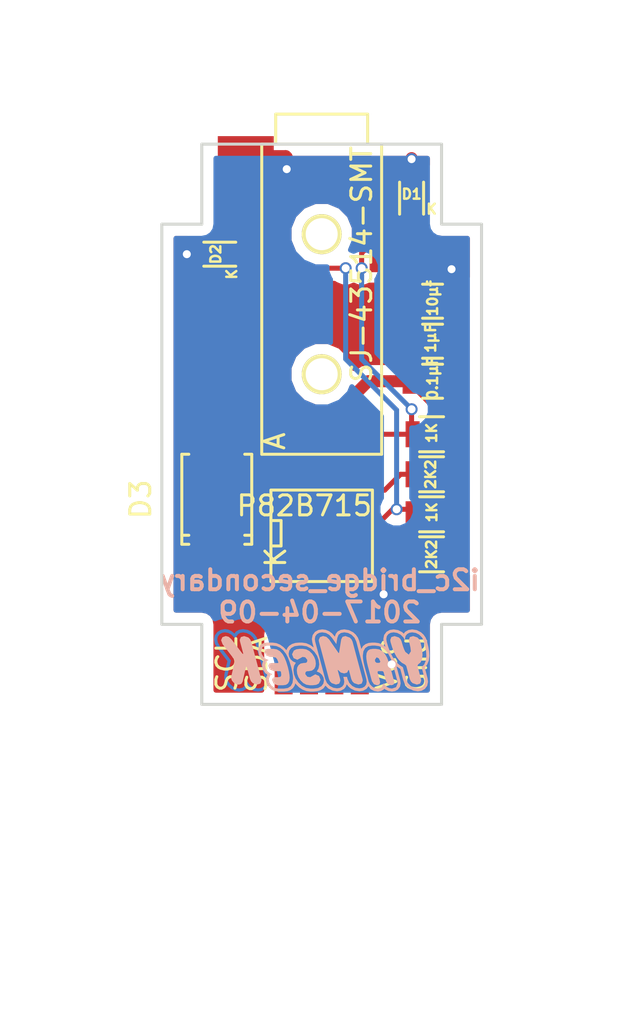
<source format=kicad_pcb>
(kicad_pcb (version 4) (host pcbnew 4.0.5+dfsg1-4)

  (general
    (links 27)
    (no_connects 0)
    (area 41.924999 44.924999 58.075001 73.075001)
    (thickness 1.6)
    (drawings 41)
    (tracks 94)
    (zones 0)
    (modules 14)
    (nets 8)
  )

  (page A4)
  (layers
    (0 F.Cu signal)
    (31 B.Cu signal)
    (32 B.Adhes user hide)
    (33 F.Adhes user hide)
    (34 B.Paste user hide)
    (35 F.Paste user hide)
    (36 B.SilkS user)
    (37 F.SilkS user)
    (38 B.Mask user hide)
    (39 F.Mask user hide)
    (40 Dwgs.User user)
    (41 Cmts.User user)
    (42 Eco1.User user)
    (43 Eco2.User user)
    (44 Edge.Cuts user)
    (45 Margin user hide)
    (46 B.CrtYd user)
    (47 F.CrtYd user)
    (48 B.Fab user)
    (49 F.Fab user)
  )

  (setup
    (last_trace_width 0.25)
    (user_trace_width 0.6)
    (trace_clearance 0.2)
    (zone_clearance 0.508)
    (zone_45_only no)
    (trace_min 0.2)
    (segment_width 0.2)
    (edge_width 0.15)
    (via_size 0.6)
    (via_drill 0.4)
    (via_min_size 0.4)
    (via_min_drill 0.3)
    (uvia_size 0.3)
    (uvia_drill 0.1)
    (uvias_allowed no)
    (uvia_min_size 0.2)
    (uvia_min_drill 0.1)
    (pcb_text_width 0.3)
    (pcb_text_size 1.5 1.5)
    (mod_edge_width 0.15)
    (mod_text_size 1 1)
    (mod_text_width 0.15)
    (pad_size 1.6 3.4)
    (pad_drill 0)
    (pad_to_mask_clearance 0.2)
    (aux_axis_origin 50 45)
    (visible_elements FFFFFF7F)
    (pcbplotparams
      (layerselection 0x00030_80000001)
      (usegerberextensions false)
      (excludeedgelayer true)
      (linewidth 0.100000)
      (plotframeref false)
      (viasonmask false)
      (mode 1)
      (useauxorigin false)
      (hpglpennumber 1)
      (hpglpenspeed 20)
      (hpglpendiameter 15)
      (hpglpenoverlay 2)
      (psnegative false)
      (psa4output false)
      (plotreference true)
      (plotvalue true)
      (plotinvisibletext false)
      (padsonsilk false)
      (subtractmaskfromsilk false)
      (outputformat 1)
      (mirror false)
      (drillshape 1)
      (scaleselection 1)
      (outputdirectory ""))
  )

  (net 0 "")
  (net 1 +5V)
  (net 2 GND)
  (net 3 /i2c_bridge_common/SCL_connector)
  (net 4 /i2c_bridge_common/SDA_connector)
  (net 5 /i2c_bridge_common/SCL_inside)
  (net 6 /i2c_bridge_common/SDA_inside)
  (net 7 "Net-(D3-Pad2)")

  (net_class Default "This is the default net class."
    (clearance 0.2)
    (trace_width 0.25)
    (via_dia 0.6)
    (via_drill 0.4)
    (uvia_dia 0.3)
    (uvia_drill 0.1)
    (add_net +5V)
    (add_net /i2c_bridge_common/SCL_connector)
    (add_net /i2c_bridge_common/SCL_inside)
    (add_net /i2c_bridge_common/SDA_connector)
    (add_net /i2c_bridge_common/SDA_inside)
    (add_net GND)
    (add_net "Net-(D3-Pad2)")
  )

  (net_class power ""
    (clearance 0.3)
    (trace_width 0.4)
    (via_dia 0.8)
    (via_drill 0.6)
    (uvia_dia 0.3)
    (uvia_drill 0.1)
  )

  (module myComponents:solderPads_4_Grove_I2C (layer F.Cu) (tedit 58E53D59) (tstamp 58E55026)
    (at 50 71)
    (path /58E54ECF)
    (fp_text reference I2C1 (at 0.635 2.54) (layer F.SilkS) hide
      (effects (font (size 1 1) (thickness 0.15)))
    )
    (fp_text value CONN_01X04 (at 0 3) (layer F.Fab)
      (effects (font (size 1 1) (thickness 0.15)))
    )
    (fp_text user SDA (at -3.25 0 90) (layer F.SilkS)
      (effects (font (size 1 1) (thickness 0.15)))
    )
    (fp_text user SCL (at -4.75 0 90) (layer F.SilkS)
      (effects (font (size 1 1) (thickness 0.15)))
    )
    (fp_text user Gnd (at 4.75 0 90) (layer F.SilkS)
      (effects (font (size 1 1) (thickness 0.15)))
    )
    (fp_text user Vcc (at 3.25 0 90) (layer F.SilkS)
      (effects (font (size 1 1) (thickness 0.15)))
    )
    (pad 1 smd rect (at -1.905 0) (size 0.9 3) (layers F.Cu F.Paste F.Mask)
      (net 5 /i2c_bridge_common/SCL_inside))
    (pad 2 smd rect (at -0.635 0) (size 0.9 3) (layers F.Cu F.Paste F.Mask)
      (net 6 /i2c_bridge_common/SDA_inside))
    (pad 3 smd rect (at 0.635 0) (size 0.9 3) (layers F.Cu F.Paste F.Mask)
      (net 1 +5V))
    (pad 4 smd rect (at 1.905 0) (size 0.9 3) (layers F.Cu F.Paste F.Mask)
      (net 2 GND))
  )

  (module Capacitors_SMD:C_0805 (layer F.Cu) (tedit 58E6699A) (tstamp 58E665DA)
    (at 55.55 52.85)
    (descr "Capacitor SMD 0805, reflow soldering, AVX (see smccp.pdf)")
    (tags "capacitor 0805")
    (path /58E667B4/58E68B64)
    (attr smd)
    (fp_text reference C1 (at 2.5 0) (layer F.Fab)
      (effects (font (size 1 1) (thickness 0.15)))
    )
    (fp_text value 10µf (at 0 -0.15 270) (layer F.SilkS)
      (effects (font (size 0.5 0.5) (thickness 0.125)))
    )
    (fp_line (start -1 0.625) (end -1 -0.625) (layer F.Fab) (width 0.15))
    (fp_line (start 1 0.625) (end -1 0.625) (layer F.Fab) (width 0.15))
    (fp_line (start 1 -0.625) (end 1 0.625) (layer F.Fab) (width 0.15))
    (fp_line (start -1 -0.625) (end 1 -0.625) (layer F.Fab) (width 0.15))
    (fp_line (start -1.8 -1) (end 1.8 -1) (layer F.CrtYd) (width 0.05))
    (fp_line (start -1.8 1) (end 1.8 1) (layer F.CrtYd) (width 0.05))
    (fp_line (start -1.8 -1) (end -1.8 1) (layer F.CrtYd) (width 0.05))
    (fp_line (start 1.8 -1) (end 1.8 1) (layer F.CrtYd) (width 0.05))
    (fp_line (start 0.5 -0.85) (end -0.5 -0.85) (layer F.SilkS) (width 0.15))
    (fp_line (start -0.5 0.85) (end 0.5 0.85) (layer F.SilkS) (width 0.15))
    (pad 1 smd rect (at -1 0) (size 1 1.25) (layers F.Cu F.Paste F.Mask)
      (net 1 +5V))
    (pad 2 smd rect (at 1 0) (size 1 1.25) (layers F.Cu F.Paste F.Mask)
      (net 2 GND))
    (model Capacitors_SMD.3dshapes/C_0805.wrl
      (at (xyz 0 0 0))
      (scale (xyz 1 1 1))
      (rotate (xyz 0 0 0))
    )
  )

  (module Capacitors_SMD:C_0805 (layer F.Cu) (tedit 58E669AE) (tstamp 58E665EA)
    (at 55.55 54.85)
    (descr "Capacitor SMD 0805, reflow soldering, AVX (see smccp.pdf)")
    (tags "capacitor 0805")
    (path /58E667B4/58E68B6B)
    (attr smd)
    (fp_text reference C2 (at 2.404999 -0.065) (layer F.Fab)
      (effects (font (size 1 1) (thickness 0.15)))
    )
    (fp_text value 1µF (at -0.095001 -0.15 270) (layer F.SilkS)
      (effects (font (size 0.5 0.5) (thickness 0.125)))
    )
    (fp_line (start -1 0.625) (end -1 -0.625) (layer F.Fab) (width 0.15))
    (fp_line (start 1 0.625) (end -1 0.625) (layer F.Fab) (width 0.15))
    (fp_line (start 1 -0.625) (end 1 0.625) (layer F.Fab) (width 0.15))
    (fp_line (start -1 -0.625) (end 1 -0.625) (layer F.Fab) (width 0.15))
    (fp_line (start -1.8 -1) (end 1.8 -1) (layer F.CrtYd) (width 0.05))
    (fp_line (start -1.8 1) (end 1.8 1) (layer F.CrtYd) (width 0.05))
    (fp_line (start -1.8 -1) (end -1.8 1) (layer F.CrtYd) (width 0.05))
    (fp_line (start 1.8 -1) (end 1.8 1) (layer F.CrtYd) (width 0.05))
    (fp_line (start 0.5 -0.85) (end -0.5 -0.85) (layer F.SilkS) (width 0.15))
    (fp_line (start -0.5 0.85) (end 0.5 0.85) (layer F.SilkS) (width 0.15))
    (pad 1 smd rect (at -1 0) (size 1 1.25) (layers F.Cu F.Paste F.Mask)
      (net 1 +5V))
    (pad 2 smd rect (at 1 0) (size 1 1.25) (layers F.Cu F.Paste F.Mask)
      (net 2 GND))
    (model Capacitors_SMD.3dshapes/C_0805.wrl
      (at (xyz 0 0 0))
      (scale (xyz 1 1 1))
      (rotate (xyz 0 0 0))
    )
  )

  (module Capacitors_SMD:C_0805 (layer F.Cu) (tedit 58E669DD) (tstamp 58E665FA)
    (at 55.55 56.85)
    (descr "Capacitor SMD 0805, reflow soldering, AVX (see smccp.pdf)")
    (tags "capacitor 0805")
    (path /58E667B4/58E68B72)
    (attr smd)
    (fp_text reference C3 (at 2.5 0) (layer F.Fab)
      (effects (font (size 1 1) (thickness 0.15)))
    )
    (fp_text value 0.1µF (at 0 -0.15 270) (layer F.SilkS)
      (effects (font (size 0.5 0.5) (thickness 0.125)))
    )
    (fp_line (start -1 0.625) (end -1 -0.625) (layer F.Fab) (width 0.15))
    (fp_line (start 1 0.625) (end -1 0.625) (layer F.Fab) (width 0.15))
    (fp_line (start 1 -0.625) (end 1 0.625) (layer F.Fab) (width 0.15))
    (fp_line (start -1 -0.625) (end 1 -0.625) (layer F.Fab) (width 0.15))
    (fp_line (start -1.8 -1) (end 1.8 -1) (layer F.CrtYd) (width 0.05))
    (fp_line (start -1.8 1) (end 1.8 1) (layer F.CrtYd) (width 0.05))
    (fp_line (start -1.8 -1) (end -1.8 1) (layer F.CrtYd) (width 0.05))
    (fp_line (start 1.8 -1) (end 1.8 1) (layer F.CrtYd) (width 0.05))
    (fp_line (start 0.5 -0.85) (end -0.5 -0.85) (layer F.SilkS) (width 0.15))
    (fp_line (start -0.5 0.85) (end 0.5 0.85) (layer F.SilkS) (width 0.15))
    (pad 1 smd rect (at -1 0) (size 1 1.25) (layers F.Cu F.Paste F.Mask)
      (net 1 +5V))
    (pad 2 smd rect (at 1 0) (size 1 1.25) (layers F.Cu F.Paste F.Mask)
      (net 2 GND))
    (model Capacitors_SMD.3dshapes/C_0805.wrl
      (at (xyz 0 0 0))
      (scale (xyz 1 1 1))
      (rotate (xyz 0 0 0))
    )
  )

  (module Diodes_SMD:SOD-523 (layer F.Cu) (tedit 58E7A419) (tstamp 58E665FB)
    (at 54.5 47.5 90)
    (descr "http://www.diodes.com/datasheets/ap02001.pdf p.144")
    (tags "Diode SOD523")
    (path /58E667B4/58E68B27)
    (attr smd)
    (fp_text reference D1 (at 0 0 180) (layer F.SilkS)
      (effects (font (size 0.5 0.5) (thickness 0.125)))
    )
    (fp_text value VESD05a1 (at 5 0 90) (layer F.Fab)
      (effects (font (size 1 1) (thickness 0.15)))
    )
    (fp_line (start 1.25 -0.75) (end 1.25 0.75) (layer F.CrtYd) (width 0.05))
    (fp_line (start -1.25 -0.75) (end 1.25 -0.75) (layer F.CrtYd) (width 0.05))
    (fp_line (start -1.25 0.75) (end -1.25 -0.75) (layer F.CrtYd) (width 0.05))
    (fp_line (start 1.25 0.75) (end -1.25 0.75) (layer F.CrtYd) (width 0.05))
    (fp_line (start 0.1 0) (end 0.25 0) (layer F.Fab) (width 0.15))
    (fp_line (start 0.1 -0.2) (end -0.2 0) (layer F.Fab) (width 0.15))
    (fp_line (start 0.1 0.2) (end 0.1 -0.2) (layer F.Fab) (width 0.15))
    (fp_line (start -0.2 0) (end 0.1 0.2) (layer F.Fab) (width 0.15))
    (fp_line (start -0.2 0) (end -0.35 0) (layer F.Fab) (width 0.15))
    (fp_line (start -0.2 0.2) (end -0.2 -0.2) (layer F.Fab) (width 0.15))
    (fp_line (start 0.6 -0.4) (end 0.6 0.4) (layer F.Fab) (width 0.15))
    (fp_line (start -0.6 -0.4) (end 0.6 -0.4) (layer F.Fab) (width 0.15))
    (fp_line (start -0.6 0.4) (end -0.6 -0.4) (layer F.Fab) (width 0.15))
    (fp_line (start 0.6 0.4) (end -0.6 0.4) (layer F.Fab) (width 0.15))
    (fp_line (start 0.6 -0.6) (end -1 -0.6) (layer F.SilkS) (width 0.15))
    (fp_line (start 0.6 0.6) (end -1 0.6) (layer F.SilkS) (width 0.15))
    (pad 2 smd rect (at 0.7 0 270) (size 0.6 0.7) (layers F.Cu F.Paste F.Mask)
      (net 2 GND))
    (pad 1 smd rect (at -0.7 0 270) (size 0.6 0.7) (layers F.Cu F.Paste F.Mask)
      (net 3 /i2c_bridge_common/SCL_connector))
  )

  (module Diodes_SMD:SOD-523 (layer F.Cu) (tedit 58E7A473) (tstamp 58E66625)
    (at 44.7 50.5 180)
    (descr "http://www.diodes.com/datasheets/ap02001.pdf p.144")
    (tags "Diode SOD523")
    (path /58E667B4/58E68B2E)
    (attr smd)
    (fp_text reference D2 (at 0 0 270) (layer F.SilkS)
      (effects (font (size 0.5 0.5) (thickness 0.125)))
    )
    (fp_text value VESD05a1 (at 6.7 0 180) (layer F.Fab)
      (effects (font (size 1 1) (thickness 0.15)))
    )
    (fp_line (start 1.25 -0.75) (end 1.25 0.75) (layer F.CrtYd) (width 0.05))
    (fp_line (start -1.25 -0.75) (end 1.25 -0.75) (layer F.CrtYd) (width 0.05))
    (fp_line (start -1.25 0.75) (end -1.25 -0.75) (layer F.CrtYd) (width 0.05))
    (fp_line (start 1.25 0.75) (end -1.25 0.75) (layer F.CrtYd) (width 0.05))
    (fp_line (start 0.1 0) (end 0.25 0) (layer F.Fab) (width 0.15))
    (fp_line (start 0.1 -0.2) (end -0.2 0) (layer F.Fab) (width 0.15))
    (fp_line (start 0.1 0.2) (end 0.1 -0.2) (layer F.Fab) (width 0.15))
    (fp_line (start -0.2 0) (end 0.1 0.2) (layer F.Fab) (width 0.15))
    (fp_line (start -0.2 0) (end -0.35 0) (layer F.Fab) (width 0.15))
    (fp_line (start -0.2 0.2) (end -0.2 -0.2) (layer F.Fab) (width 0.15))
    (fp_line (start 0.6 -0.4) (end 0.6 0.4) (layer F.Fab) (width 0.15))
    (fp_line (start -0.6 -0.4) (end 0.6 -0.4) (layer F.Fab) (width 0.15))
    (fp_line (start -0.6 0.4) (end -0.6 -0.4) (layer F.Fab) (width 0.15))
    (fp_line (start 0.6 0.4) (end -0.6 0.4) (layer F.Fab) (width 0.15))
    (fp_line (start 0.6 -0.6) (end -1 -0.6) (layer F.SilkS) (width 0.15))
    (fp_line (start 0.6 0.6) (end -1 0.6) (layer F.SilkS) (width 0.15))
    (pad 2 smd rect (at 0.7 0) (size 0.6 0.7) (layers F.Cu F.Paste F.Mask)
      (net 2 GND))
    (pad 1 smd rect (at -0.7 0) (size 0.6 0.7) (layers F.Cu F.Paste F.Mask)
      (net 4 /i2c_bridge_common/SDA_connector))
  )

  (module SMD_Packages:SOIC-8-N (layer F.Cu) (tedit 58E7A4A6) (tstamp 58E6668D)
    (at 50 64.575)
    (descr "Module Narrow CMS SOJ 8 pins large")
    (tags "CMS SOJ")
    (path /58E667B4/58E68B1E)
    (attr smd)
    (fp_text reference U1 (at -0.365 1.5) (layer F.Fab)
      (effects (font (size 1 1) (thickness 0.15)))
    )
    (fp_text value P82B715 (at -0.865 -1.5) (layer F.SilkS)
      (effects (font (size 1 1) (thickness 0.15)))
    )
    (fp_line (start -2.54 -2.286) (end 2.54 -2.286) (layer F.SilkS) (width 0.15))
    (fp_line (start 2.54 -2.286) (end 2.54 2.286) (layer F.SilkS) (width 0.15))
    (fp_line (start 2.54 2.286) (end -2.54 2.286) (layer F.SilkS) (width 0.15))
    (fp_line (start -2.54 2.286) (end -2.54 -2.286) (layer F.SilkS) (width 0.15))
    (fp_line (start -2.54 -0.762) (end -2.032 -0.762) (layer F.SilkS) (width 0.15))
    (fp_line (start -2.032 -0.762) (end -2.032 0.508) (layer F.SilkS) (width 0.15))
    (fp_line (start -2.032 0.508) (end -2.54 0.508) (layer F.SilkS) (width 0.15))
    (pad 8 smd rect (at -1.905 -3.175) (size 0.508 1.143) (layers F.Cu F.Paste F.Mask)
      (net 1 +5V))
    (pad 7 smd rect (at -0.635 -3.175) (size 0.508 1.143) (layers F.Cu F.Paste F.Mask)
      (net 3 /i2c_bridge_common/SCL_connector))
    (pad 6 smd rect (at 0.635 -3.175) (size 0.508 1.143) (layers F.Cu F.Paste F.Mask)
      (net 5 /i2c_bridge_common/SCL_inside))
    (pad 5 smd rect (at 1.905 -3.175) (size 0.508 1.143) (layers F.Cu F.Paste F.Mask))
    (pad 4 smd rect (at 1.905 3.175) (size 0.508 1.143) (layers F.Cu F.Paste F.Mask)
      (net 2 GND))
    (pad 3 smd rect (at 0.635 3.175) (size 0.508 1.143) (layers F.Cu F.Paste F.Mask)
      (net 6 /i2c_bridge_common/SDA_inside))
    (pad 2 smd rect (at -0.635 3.175) (size 0.508 1.143) (layers F.Cu F.Paste F.Mask)
      (net 4 /i2c_bridge_common/SDA_connector))
    (pad 1 smd rect (at -1.905 3.175) (size 0.508 1.143) (layers F.Cu F.Paste F.Mask))
    (model SMD_Packages.3dshapes/SOIC-8-N.wrl
      (at (xyz 0 0 0))
      (scale (xyz 0.5 0.38 0.5))
      (rotate (xyz 0 0 0))
    )
  )

  (module Resistors_SMD:R_0805 (layer F.Cu) (tedit 58E66A9B) (tstamp 58E67486)
    (at 55.5 59.5)
    (descr "Resistor SMD 0805, reflow soldering, Vishay (see dcrcw.pdf)")
    (tags "resistor 0805")
    (path /58E667B4/58E68B35)
    (attr smd)
    (fp_text reference R1 (at 2.254999 -0.065) (layer F.Fab)
      (effects (font (size 1 1) (thickness 0.15)))
    )
    (fp_text value 1K (at 0.004999 -0.065 270) (layer F.SilkS)
      (effects (font (size 0.5 0.5) (thickness 0.125)))
    )
    (fp_line (start -1 0.625) (end -1 -0.625) (layer F.Fab) (width 0.1))
    (fp_line (start 1 0.625) (end -1 0.625) (layer F.Fab) (width 0.1))
    (fp_line (start 1 -0.625) (end 1 0.625) (layer F.Fab) (width 0.1))
    (fp_line (start -1 -0.625) (end 1 -0.625) (layer F.Fab) (width 0.1))
    (fp_line (start -1.6 -1) (end 1.6 -1) (layer F.CrtYd) (width 0.05))
    (fp_line (start -1.6 1) (end 1.6 1) (layer F.CrtYd) (width 0.05))
    (fp_line (start -1.6 -1) (end -1.6 1) (layer F.CrtYd) (width 0.05))
    (fp_line (start 1.6 -1) (end 1.6 1) (layer F.CrtYd) (width 0.05))
    (fp_line (start 0.6 0.875) (end -0.6 0.875) (layer F.SilkS) (width 0.15))
    (fp_line (start -0.6 -0.875) (end 0.6 -0.875) (layer F.SilkS) (width 0.15))
    (pad 1 smd rect (at -0.95 0) (size 0.7 1.3) (layers F.Cu F.Paste F.Mask)
      (net 3 /i2c_bridge_common/SCL_connector))
    (pad 2 smd rect (at 0.95 0) (size 0.7 1.3) (layers F.Cu F.Paste F.Mask)
      (net 1 +5V))
    (model Resistors_SMD.3dshapes/R_0805.wrl
      (at (xyz 0 0 0))
      (scale (xyz 1 1 1))
      (rotate (xyz 0 0 0))
    )
  )

  (module Resistors_SMD:R_0805 (layer F.Cu) (tedit 58E66A6F) (tstamp 58E67495)
    (at 55.5 63.5)
    (descr "Resistor SMD 0805, reflow soldering, Vishay (see dcrcw.pdf)")
    (tags "resistor 0805")
    (path /58E667B4/58E68B3C)
    (attr smd)
    (fp_text reference R2 (at 2.264999 -0.115) (layer F.Fab)
      (effects (font (size 1 1) (thickness 0.15)))
    )
    (fp_text value 1K (at 0.014999 -0.1 270) (layer F.SilkS)
      (effects (font (size 0.5 0.5) (thickness 0.125)))
    )
    (fp_line (start -1 0.625) (end -1 -0.625) (layer F.Fab) (width 0.1))
    (fp_line (start 1 0.625) (end -1 0.625) (layer F.Fab) (width 0.1))
    (fp_line (start 1 -0.625) (end 1 0.625) (layer F.Fab) (width 0.1))
    (fp_line (start -1 -0.625) (end 1 -0.625) (layer F.Fab) (width 0.1))
    (fp_line (start -1.6 -1) (end 1.6 -1) (layer F.CrtYd) (width 0.05))
    (fp_line (start -1.6 1) (end 1.6 1) (layer F.CrtYd) (width 0.05))
    (fp_line (start -1.6 -1) (end -1.6 1) (layer F.CrtYd) (width 0.05))
    (fp_line (start 1.6 -1) (end 1.6 1) (layer F.CrtYd) (width 0.05))
    (fp_line (start 0.6 0.875) (end -0.6 0.875) (layer F.SilkS) (width 0.15))
    (fp_line (start -0.6 -0.875) (end 0.6 -0.875) (layer F.SilkS) (width 0.15))
    (pad 1 smd rect (at -0.95 0) (size 0.7 1.3) (layers F.Cu F.Paste F.Mask)
      (net 4 /i2c_bridge_common/SDA_connector))
    (pad 2 smd rect (at 0.95 0) (size 0.7 1.3) (layers F.Cu F.Paste F.Mask)
      (net 1 +5V))
    (model Resistors_SMD.3dshapes/R_0805.wrl
      (at (xyz 0 0 0))
      (scale (xyz 1 1 1))
      (rotate (xyz 0 0 0))
    )
  )

  (module Resistors_SMD:R_0805 (layer F.Cu) (tedit 58E66AB2) (tstamp 58E674A4)
    (at 55.5 61.5)
    (descr "Resistor SMD 0805, reflow soldering, Vishay (see dcrcw.pdf)")
    (tags "resistor 0805")
    (path /58E667B4/58E68B4A)
    (attr smd)
    (fp_text reference R3 (at 2.204999 0.065) (layer F.Fab)
      (effects (font (size 1 1) (thickness 0.15)))
    )
    (fp_text value 2K2 (at -0.045001 0 270) (layer F.SilkS)
      (effects (font (size 0.5 0.5) (thickness 0.125)))
    )
    (fp_line (start -1 0.625) (end -1 -0.625) (layer F.Fab) (width 0.1))
    (fp_line (start 1 0.625) (end -1 0.625) (layer F.Fab) (width 0.1))
    (fp_line (start 1 -0.625) (end 1 0.625) (layer F.Fab) (width 0.1))
    (fp_line (start -1 -0.625) (end 1 -0.625) (layer F.Fab) (width 0.1))
    (fp_line (start -1.6 -1) (end 1.6 -1) (layer F.CrtYd) (width 0.05))
    (fp_line (start -1.6 1) (end 1.6 1) (layer F.CrtYd) (width 0.05))
    (fp_line (start -1.6 -1) (end -1.6 1) (layer F.CrtYd) (width 0.05))
    (fp_line (start 1.6 -1) (end 1.6 1) (layer F.CrtYd) (width 0.05))
    (fp_line (start 0.6 0.875) (end -0.6 0.875) (layer F.SilkS) (width 0.15))
    (fp_line (start -0.6 -0.875) (end 0.6 -0.875) (layer F.SilkS) (width 0.15))
    (pad 1 smd rect (at -0.95 0) (size 0.7 1.3) (layers F.Cu F.Paste F.Mask)
      (net 5 /i2c_bridge_common/SCL_inside))
    (pad 2 smd rect (at 0.95 0) (size 0.7 1.3) (layers F.Cu F.Paste F.Mask)
      (net 1 +5V))
    (model Resistors_SMD.3dshapes/R_0805.wrl
      (at (xyz 0 0 0))
      (scale (xyz 1 1 1))
      (rotate (xyz 0 0 0))
    )
  )

  (module Resistors_SMD:R_0805 (layer F.Cu) (tedit 58E66AD3) (tstamp 58E674B3)
    (at 55.5 65.5)
    (descr "Resistor SMD 0805, reflow soldering, Vishay (see dcrcw.pdf)")
    (tags "resistor 0805")
    (path /58E667B4/58E68B43)
    (attr smd)
    (fp_text reference R4 (at 2.214999 -0.115) (layer F.Fab)
      (effects (font (size 1 1) (thickness 0.15)))
    )
    (fp_text value 2K2 (at 0 0 270) (layer F.SilkS)
      (effects (font (size 0.5 0.5) (thickness 0.125)))
    )
    (fp_line (start -1 0.625) (end -1 -0.625) (layer F.Fab) (width 0.1))
    (fp_line (start 1 0.625) (end -1 0.625) (layer F.Fab) (width 0.1))
    (fp_line (start 1 -0.625) (end 1 0.625) (layer F.Fab) (width 0.1))
    (fp_line (start -1 -0.625) (end 1 -0.625) (layer F.Fab) (width 0.1))
    (fp_line (start -1.6 -1) (end 1.6 -1) (layer F.CrtYd) (width 0.05))
    (fp_line (start -1.6 1) (end 1.6 1) (layer F.CrtYd) (width 0.05))
    (fp_line (start -1.6 -1) (end -1.6 1) (layer F.CrtYd) (width 0.05))
    (fp_line (start 1.6 -1) (end 1.6 1) (layer F.CrtYd) (width 0.05))
    (fp_line (start 0.6 0.875) (end -0.6 0.875) (layer F.SilkS) (width 0.15))
    (fp_line (start -0.6 -0.875) (end 0.6 -0.875) (layer F.SilkS) (width 0.15))
    (pad 1 smd rect (at -0.95 0) (size 0.7 1.3) (layers F.Cu F.Paste F.Mask)
      (net 6 /i2c_bridge_common/SDA_inside))
    (pad 2 smd rect (at 0.95 0) (size 0.7 1.3) (layers F.Cu F.Paste F.Mask)
      (net 1 +5V))
    (model Resistors_SMD.3dshapes/R_0805.wrl
      (at (xyz 0 0 0))
      (scale (xyz 1 1 1))
      (rotate (xyz 0 0 0))
    )
  )

  (module myComponents:audio_smd_SJ-43514-SMT (layer F.Cu) (tedit 58E7A452) (tstamp 58E59A50)
    (at 50 45 270)
    (path /58E2915A)
    (fp_text reference TRRS1 (at 6 2 270) (layer F.Fab)
      (effects (font (size 1 1) (thickness 0.15)))
    )
    (fp_text value SJ-43514-SMT (at 6 -2 270) (layer F.SilkS)
      (effects (font (size 1 1) (thickness 0.15)))
    )
    (fp_line (start 0 -3) (end 0 3) (layer F.SilkS) (width 0.15))
    (fp_line (start 0 3) (end 15.5 3) (layer F.SilkS) (width 0.15))
    (fp_line (start 15.5 3) (end 15.5 -3) (layer F.SilkS) (width 0.15))
    (fp_line (start 15.5 -3) (end 0 -3) (layer F.SilkS) (width 0.15))
    (fp_line (start 0 -2.3) (end -1.5 -2.3) (layer F.SilkS) (width 0.15))
    (fp_line (start -1.5 -2.3) (end -1.5 2.3) (layer F.SilkS) (width 0.15))
    (fp_line (start -1.5 2.3) (end 0 2.3) (layer F.SilkS) (width 0.15))
    (pad "" thru_hole circle (at 4.5 0 270) (size 2 2) (drill 1.6) (layers *.Cu *.Mask F.SilkS))
    (pad "" thru_hole circle (at 11.5 0 270) (size 2 2) (drill 1.6) (layers *.Cu *.Mask F.SilkS))
    (pad 4 smd rect (at 3.4 3.8 270) (size 2.2 2.8) (layers F.Cu F.Paste F.Mask)
      (net 4 /i2c_bridge_common/SDA_connector))
    (pad 2 smd rect (at 12.8 3.8 270) (size 2.8 2.8) (layers F.Cu F.Paste F.Mask)
      (net 7 "Net-(D3-Pad2)"))
    (pad 3 smd rect (at 5.3 -3.8 270) (size 2.2 2.8) (layers F.Cu F.Paste F.Mask)
      (net 3 /i2c_bridge_common/SCL_connector))
    (pad 1 smd rect (at 0.6 3.8 270) (size 2 2.8) (layers F.Cu F.Paste F.Mask)
      (net 2 GND))
    (model /mnt/gruscht/projects/keyboard/kicad_boards/myComponents.pretty/3d-models/audio_jack_SJ-43514-SMT.wrl
      (at (xyz 0 0 0))
      (scale (xyz 1 1 1))
      (rotate (xyz 0 0 0))
    )
  )

  (module Diodes_SMD:SMA_Standard (layer F.Cu) (tedit 552FF239) (tstamp 58E7E1A7)
    (at 44.75 62.74898 90)
    (descr "Diode SMA")
    (tags "Diode SMA")
    (path /58E2BB79)
    (attr smd)
    (fp_text reference D3 (at 0 -3.81 90) (layer F.SilkS)
      (effects (font (size 1 1) (thickness 0.15)))
    )
    (fp_text value SS14 (at 0 4.3 90) (layer F.Fab)
      (effects (font (size 1 1) (thickness 0.15)))
    )
    (fp_line (start -3.5 -2) (end 3.5 -2) (layer F.CrtYd) (width 0.05))
    (fp_line (start 3.5 -2) (end 3.5 2) (layer F.CrtYd) (width 0.05))
    (fp_line (start 3.5 2) (end -3.5 2) (layer F.CrtYd) (width 0.05))
    (fp_line (start -3.5 2) (end -3.5 -2) (layer F.CrtYd) (width 0.05))
    (fp_text user K (at -2.9 2.95 90) (layer F.SilkS)
      (effects (font (size 1 1) (thickness 0.15)))
    )
    (fp_text user A (at 2.9 2.9 90) (layer F.SilkS)
      (effects (font (size 1 1) (thickness 0.15)))
    )
    (fp_circle (center 0 0) (end 0.20066 -0.0508) (layer F.Adhes) (width 0.381))
    (fp_line (start -1.79914 1.75006) (end -1.79914 1.39954) (layer F.SilkS) (width 0.15))
    (fp_line (start -1.79914 -1.75006) (end -1.79914 -1.39954) (layer F.SilkS) (width 0.15))
    (fp_line (start 2.25044 1.75006) (end 2.25044 1.39954) (layer F.SilkS) (width 0.15))
    (fp_line (start -2.25044 1.75006) (end -2.25044 1.39954) (layer F.SilkS) (width 0.15))
    (fp_line (start -2.25044 -1.75006) (end -2.25044 -1.39954) (layer F.SilkS) (width 0.15))
    (fp_line (start 2.25044 -1.75006) (end 2.25044 -1.39954) (layer F.SilkS) (width 0.15))
    (fp_line (start -2.25044 1.75006) (end 2.25044 1.75006) (layer F.SilkS) (width 0.15))
    (fp_line (start -2.25044 -1.75006) (end 2.25044 -1.75006) (layer F.SilkS) (width 0.15))
    (pad 1 smd rect (at -1.99898 0 90) (size 2.49936 1.80086) (layers F.Cu F.Paste F.Mask)
      (net 1 +5V))
    (pad 2 smd rect (at 1.99898 0 90) (size 2.49936 1.80086) (layers F.Cu F.Paste F.Mask)
      (net 7 "Net-(D3-Pad2)"))
    (model Diodes_SMD.3dshapes/SMA_Standard.wrl
      (at (xyz 0 0 0))
      (scale (xyz 0.3937 0.3937 0.3937))
      (rotate (xyz 0 0 180))
    )
  )

  (module myComponents:logo (layer B.Cu) (tedit 58EA325D) (tstamp 58EA2398)
    (at 50 70.8 180)
    (descr "Imported from logo.svg")
    (tags svg2mod)
    (attr smd)
    (fp_text reference svg2mod (at 0 4.613096 180) (layer B.SilkS) hide
      (effects (font (thickness 0.3048)) (justify mirror))
    )
    (fp_text value G*** (at 0 -4.613096 180) (layer B.SilkS) hide
      (effects (font (thickness 0.3048)) (justify mirror))
    )
    (fp_poly (pts (xy -4.527974 1.547938) (xy -4.527974 1.398559) (xy -4.387832 1.377063) (xy -4.273863 1.31257)
      (xy -4.195325 1.21165) (xy -4.169132 1.073342) (xy -4.184015 0.94987) (xy -4.092443 1.140424)
      (xy -3.944788 1.286111) (xy -3.778417 1.370377) (xy -3.600829 1.398559) (xy -3.456832 1.377063)
      (xy -3.339002 1.31257) (xy -3.260463 1.208787) (xy -3.234271 1.069484) (xy -3.253013 0.934987)
      (xy -3.256871 0.916246) (xy -3.33836 0.648877) (xy -3.431136 0.410815) (xy -3.535201 0.202057)
      (xy -3.650558 0.022601) (xy -3.777209 -0.127555) (xy -3.915156 -0.248412) (xy -4.064401 -0.339974)
      (xy -4.221498 -0.934735) (xy -4.3112 -1.129867) (xy -4.460725 -1.282001) (xy -4.629086 -1.369131)
      (xy -4.812401 -1.398307) (xy -4.954414 -1.377804) (xy -5.066511 -1.316176) (xy -5.147637 -1.210524)
      (xy -5.174549 -1.07309) (xy -5.156359 -0.934735) (xy -4.999263 -0.339974) (xy -5.132185 -0.205377)
      (xy -5.211918 -0.015944) (xy -5.23849 0.228329) (xy -5.226401 0.424869) (xy -5.19018 0.650521)
      (xy -5.129901 0.905221) (xy -5.122184 0.934987) (xy -5.031762 1.130394) (xy -4.879649 1.282804)
      (xy -4.711289 1.369658) (xy -4.527974 1.398559) (xy -4.527974 1.547938) (xy -4.757839 1.511174)
      (xy -4.967292 1.404071) (xy -5.09977 1.284547) (xy -5.200417 1.139996) (xy -5.266602 0.974675)
      (xy -5.274319 0.943806) (xy -5.336853 0.679919) (xy -5.374978 0.441911) (xy -5.387869 0.228329)
      (xy -5.360518 -0.004594) (xy -5.2827 -0.203231) (xy -5.160769 -0.366983) (xy -5.300777 -0.896701)
      (xy -5.323928 -1.07309) (xy -5.282444 -1.270369) (xy -5.162974 -1.430278) (xy -5.162422 -1.430278)
      (xy -5.000698 -1.519076) (xy -4.812401 -1.547687) (xy -4.582271 -1.510573) (xy -4.373082 -1.403268)
      (xy -4.242394 -1.283596) (xy -4.142859 -1.139404) (xy -4.077079 -0.974423) (xy -3.933212 -0.42872)
      (xy -3.513769 -0.056861) (xy -3.427156 0.153308) (xy -3.328989 0.331396) (xy -3.219389 0.477478)
      (xy -3.055268 0.622171) (xy -2.870385 0.709156) (xy -2.664866 0.738203) (xy -2.522652 0.738203)
      (xy -2.321848 0.707157) (xy -2.17704 0.612526) (xy -2.089178 0.454034) (xy -2.059632 0.234392)
      (xy -2.069427 0.082849) (xy -2.09882 -0.096486) (xy -2.147826 -0.304145) (xy -2.147826 -0.30635)
      (xy -2.191844 -0.468966) (xy -2.223894 -0.585265) (xy -2.287845 -0.81374) (xy -2.350122 -1.052144)
      (xy -2.420681 -1.202734) (xy -2.537535 -1.320035) (xy -2.669875 -1.387654) (xy -2.812592 -1.410434)
      (xy -3.008824 -1.343737) (xy -3.095365 -1.149158) (xy -3.095365 -1.143646) (xy -3.25191 -1.325547)
      (xy -3.379311 -1.38899) (xy -3.517045 -1.410434) (xy -3.720443 -1.343737) (xy -3.803125 -1.149158)
      (xy -3.788794 -1.046081) (xy -3.788794 -1.044427) (xy -3.588703 -0.299184) (xy -3.513769 -0.056861)
      (xy -3.933212 -0.42872) (xy -3.741941 -0.293672) (xy -3.933212 -1.005842) (xy -3.937622 -1.040569)
      (xy -3.952505 -1.149158) (xy -3.918619 -1.318886) (xy -3.815252 -1.459492) (xy -3.674471 -1.535629)
      (xy -3.517045 -1.559813) (xy -3.333882 -1.53094) (xy -3.167023 -1.448468) (xy -3.137257 -1.414844)
      (xy -3.104736 -1.45839) (xy -2.969803 -1.53404) (xy -2.225812 -1.209529) (xy -2.252006 -1.07309)
      (xy -2.233264 -0.934735) (xy -1.73221 0.934987) (xy -1.642508 1.12753) (xy -1.492982 1.278945)
      (xy -1.317301 1.368663) (xy -1.134141 1.398559) (xy -0.960433 1.367363) (xy -0.843176 1.273818)
      (xy -0.782466 1.117991) (xy -0.733959 0.811515) (xy -0.520639 1.117991) (xy -0.378996 1.273818)
      (xy -0.213274 1.367363) (xy -0.023442 1.398559) (xy 0.120558 1.376071) (xy 0.238385 1.308711)
      (xy 0.316922 1.203058) (xy 0.343116 1.065625) (xy 0.324375 0.934987) (xy -0.17668 -0.934735)
      (xy -0.263519 -1.129866) (xy -0.412049 -1.282001) (xy -0.583273 -1.369131) (xy -0.767583 -1.398307)
      (xy -0.908719 -1.376812) (xy -1.025552 -1.312317) (xy -1.104089 -1.209529) (xy -1.130283 -1.07309)
      (xy -1.111541 -0.934735) (xy -1.081776 -0.826146) (xy -1.268086 -0.826146) (xy -1.294545 -0.934735)
      (xy -1.384247 -1.129866) (xy -1.533772 -1.282001) (xy -1.704997 -1.369131) (xy -1.889306 -1.398307)
      (xy -2.030442 -1.376812) (xy -2.147275 -1.312317) (xy -2.225812 -1.209529) (xy -2.969803 -1.53404)
      (xy -2.812592 -1.559813) (xy -2.623431 -1.529268) (xy -2.451546 -1.442404) (xy -2.34461 -1.29082)
      (xy -2.242084 -1.428073) (xy -2.077956 -1.517902) (xy -1.889306 -1.547687) (xy -1.658831 -1.51086)
      (xy -1.447783 -1.40437) (xy -1.340164 -1.308606) (xy -1.253755 -1.197665) (xy -1.204698 -1.324406)
      (xy -1.120361 -1.428073) (xy -0.956232 -1.517902) (xy -0.767583 -1.547687) (xy -0.083152 -1.162309)
      (xy -0.114944 -1.006393) (xy -0.089836 -0.860008) (xy -0.014072 -0.724171) (xy 0.101484 -0.620183)
      (xy 0.247204 -0.55605) (xy 0.154567 -0.400374) (xy 0.123181 -0.203272) (xy 0.149998 0.01726)
      (xy 0.230344 0.22674) (xy 0.364062 0.425113) (xy 0.547822 0.598853) (xy 0.754613 0.703316)
      (xy 0.983628 0.738203) (xy 1.126393 0.738203) (xy 1.355869 0.707819) (xy 1.527677 0.614731)
      (xy 1.621854 0.489832) (xy 1.653354 0.33306) (xy 1.628645 0.186523) (xy 1.554687 0.05194)
      (xy 1.43769 -0.053993) (xy 1.291757 -0.118937) (xy 1.383805 -0.27482) (xy 1.414678 -0.473368)
      (xy 1.387573 -0.692636) (xy 1.306327 -0.901731) (xy 1.171041 -1.1001) (xy 0.986629 -1.273952)
      (xy 0.781277 -1.378696) (xy 0.555334 -1.413741) (xy 0.412569 -1.413741) (xy 0.183093 -1.382806)
      (xy 0.011284 -1.289167) (xy -0.083152 -1.162309) (xy -0.767583 -1.547687) (xy -0.537108 -1.51086)
      (xy -0.32606 -1.40437) (xy -0.188807 -1.263259) (xy -0.087935 -1.401063) (xy 0.055992 -1.493742)
      (xy 0.224599 -1.546438) (xy 0.412569 -1.56312) (xy 0.555334 -1.56312) (xy 0.760409 -1.538625)
      (xy 1.432317 -0.911584) (xy 1.442704 -0.753739) (xy 1.474282 -0.56055) (xy 1.527677 -0.332808)
      (xy 1.608172 -0.070819) (xy 1.694014 0.146722) (xy 1.785095 0.320933) (xy 1.924292 0.502922)
      (xy 2.084008 0.633381) (xy 2.264043 0.711935) (xy 2.464192 0.738203) (xy 2.748619 0.738203)
      (xy 2.959183 0.66434) (xy 3.029739 0.475825) (xy 2.997586 0.313222) (xy 2.901857 0.164388)
      (xy 2.788534 0.068843) (xy 2.657118 0.016662) (xy 2.768463 -0.046727) (xy 2.838467 -0.235794)
      (xy 2.807421 -0.397522) (xy 2.71279 -0.545577) (xy 2.599466 -0.641122) (xy 2.468051 -0.693303)
      (xy 2.579396 -0.756693) (xy 2.648298 -0.945208) (xy 2.616976 -1.106937) (xy 2.52207 -1.254991)
      (xy 2.365897 -1.373458) (xy 2.17756 -1.413741) (xy 1.893133 -1.413741) (xy 1.692176 -1.382423)
      (xy 1.547521 -1.287513) (xy 1.460856 -1.129811) (xy 1.432317 -0.911584) (xy 0.760409 -1.538625)
      (xy 0.952584 -1.467208) (xy 1.128725 -1.351969) (xy 1.285694 -1.196011) (xy 1.314908 -1.148055)
      (xy 1.362247 -1.277136) (xy 1.437278 -1.388385) (xy 1.564903 -1.48769) (xy 1.719786 -1.54482)
      (xy 1.893133 -1.56312) (xy 2.17756 -1.56312) (xy 2.347751 -1.53821) (xy 2.50233 -1.466997)
      (xy 2.633415 -1.354761) (xy 2.754779 -1.162293) (xy 2.797677 -0.945208) (xy 2.771503 -0.824994)
      (xy 2.710034 -0.713147) (xy 2.824136 -0.645347) (xy 2.824687 -0.644796) (xy 2.945458 -0.452276)
      (xy 2.987847 -0.235794) (xy 2.961442 -0.114636) (xy 2.899652 -0.003181) (xy 3.013202 0.064618)
      (xy 3.013754 0.065169) (xy 3.135501 0.257613) (xy 3.179118 0.475825) (xy 3.151127 0.632673)
      (xy 3.067222 0.767969) (xy 2.92066 0.86018) (xy 2.748619 0.887583) (xy 2.464192 0.887583)
      (xy 2.263077 0.86043) (xy 2.079317 0.783709) (xy 1.91326 0.66453) (xy 1.765251 0.51)
      (xy 1.710012 0.627648) (xy 1.626345 0.727179) (xy 1.625794 0.727179) (xy 1.482014 0.819271)
      (xy 1.313733 0.871249) (xy 1.126393 0.887583) (xy 0.983628 0.887583) (xy 0.77342 0.856548)
      (xy 0.579652 0.771494) (xy 0.401545 0.644497) (xy 0.468242 0.894748) (xy 0.492495 1.065625)
      (xy 0.452379 1.262342) (xy 0.33595 1.422261) (xy 0.169544 1.516551) (xy -0.023442 1.547938)
      (xy -0.20388 1.524592) (xy -0.370189 1.456973) (xy -0.518154 1.348709) (xy -0.64356 1.203429)
      (xy -0.65734 1.183585) (xy -0.709236 1.32859) (xy -0.801207 1.445412) (xy -0.955403 1.524002)
      (xy -1.134141 1.547938) (xy -1.364161 1.510249) (xy -1.578421 1.401866) (xy -1.710314 1.281637)
      (xy -1.81019 1.138307) (xy -1.876077 0.975226) (xy -1.985218 0.568429) (xy -2.066798 0.713399)
      (xy -2.194678 0.812544) (xy -2.349595 0.869417) (xy -2.522652 0.887583) (xy -2.664866 0.887583)
      (xy -2.855619 0.861243) (xy -3.031858 0.78897) (xy -3.194033 0.680877) (xy -3.112453 0.877661)
      (xy -3.106389 0.90467) (xy -3.108594 0.896953) (xy -3.084892 1.069484) (xy -3.125426 1.268508)
      (xy -3.244193 1.428325) (xy -3.409842 1.518377) (xy -3.600829 1.547938) (xy -3.824525 1.511932)
      (xy -4.030226 1.408481) (xy -4.106845 1.332964) (xy -4.179606 1.427773) (xy -4.341137 1.517929)
      (xy -4.527974 1.547938)) (layer B.SilkS) (width 0))
    (fp_poly (pts (xy -2.701246 0.575043) (xy -2.749753 0.151159) (xy -2.664866 0.02934) (xy -2.678646 -0.067674)
      (xy -2.749753 -0.124449) (xy -2.891967 -0.124449) (xy -2.937166 -0.067674) (xy -2.860496 0.096403)
      (xy -2.749753 0.151159) (xy -2.701246 0.575043) (xy -2.88135 0.545797) (xy -3.038491 0.457631)
      (xy -3.173086 0.309909) (xy -3.266686 0.147) (xy -3.353027 -0.064883) (xy -3.432158 -0.325642)
      (xy -3.625083 -1.049939) (xy -3.625083 -1.051593) (xy -3.633902 -1.108919) (xy -3.595868 -1.211997)
      (xy -3.479011 -1.246172) (xy -3.320812 -1.193806) (xy -3.219389 -1.046081) (xy -3.219389 -1.044427)
      (xy -3.100877 -0.597943) (xy -3.073868 -0.554397) (xy -3.029219 -0.540065) (xy -2.842909 -0.540065)
      (xy -2.801567 -0.558255) (xy -2.79826 -0.605108) (xy -2.918976 -1.049939) (xy -2.918976 -1.051593)
      (xy -2.926142 -1.108919) (xy -2.888659 -1.211997) (xy -2.772904 -1.246172) (xy -2.616359 -1.193806)
      (xy -2.513833 -1.044427) (xy -2.322561 -0.332808) (xy -2.320908 -0.332808) (xy -2.3176 -0.320681)
      (xy -2.26857 -0.115224) (xy -2.238852 0.059014) (xy -2.228855 0.201871) (xy -2.249907 0.366743)
      (xy -2.312088 0.482991) (xy -2.4151 0.552029) (xy -2.560686 0.575043) (xy -2.701246 0.575043)) (layer B.SilkS) (width 0))
    (fp_poly (pts (xy 0.94601 0.574909) (xy 1.088487 0.574909) (xy 1.265989 0.552729) (xy 1.394406 0.488189)
      (xy 1.484465 0.300921) (xy 1.405361 0.10984) (xy 1.219522 0.028837) (xy 1.095629 0.093648)
      (xy 0.958394 0.171323) (xy 0.825448 0.151312) (xy 0.721096 0.023607) (xy 0.726323 -0.060734)
      (xy 0.765875 -0.11315) (xy 0.818291 -0.127443) (xy 0.904541 -0.131283) (xy 1.053498 -0.16008)
      (xy 1.158521 -0.239452) (xy 1.222986 -0.35506) (xy 1.244772 -0.500578) (xy 1.224757 -0.673628)
      (xy 1.164398 -0.838467) (xy 1.063221 -0.995671) (xy 0.923495 -1.134523) (xy 0.766125 -1.217978)
      (xy 0.591 -1.24584) (xy 0.449 -1.24584) (xy 0.27224 -1.223919) (xy 0.14451 -1.159589)
      (xy 0.054452 -0.972321) (xy 0.130217 -0.783147) (xy 0.31939 -0.698325) (xy 0.438041 -0.765035)
      (xy 0.571464 -0.8408) (xy 0.713464 -0.820789) (xy 0.818296 -0.693085) (xy 0.812536 -0.608743)
      (xy 0.772984 -0.558237) (xy 0.721048 -0.543943) (xy 0.634317 -0.540103) (xy 0.484464 -0.510378)
      (xy 0.377002 -0.428601) (xy 0.313976 -0.314437) (xy 0.292181 -0.168902) (xy 0.312683 0.004106)
      (xy 0.373954 0.168952) (xy 0.475637 0.326191) (xy 0.614856 0.464676) (xy 0.771291 0.54744)
      (xy 0.945952 0.574929) (xy 0.94601 0.574909)) (layer B.SilkS) (width 0))
    (fp_poly (pts (xy 2.428424 0.574909) (xy 2.710995 0.574909) (xy 2.824404 0.540605) (xy 2.862046 0.435773)
      (xy 2.784852 0.254223) (xy 2.595677 0.171311) (xy 2.457013 0.171311) (xy 2.298334 0.136996)
      (xy 2.230542 0.055133) (xy 2.172536 -0.086486) (xy 2.170616 -0.091713) (xy 2.172536 -0.122209)
      (xy 2.201123 -0.135073) (xy 2.519908 -0.135073) (xy 2.633317 -0.170817) (xy 2.67144 -0.275169)
      (xy 2.593765 -0.45529) (xy 2.402684 -0.540111) (xy 2.091524 -0.540111) (xy 2.060548 -0.549178)
      (xy 2.042916 -0.572527) (xy 2.039076 -0.579674) (xy 2.022873 -0.714526) (xy 2.033838 -0.783145)
      (xy 2.07339 -0.826505) (xy 2.188706 -0.840798) (xy 2.330706 -0.840798) (xy 2.444115 -0.877011)
      (xy 2.482237 -0.981363) (xy 2.404563 -1.161485) (xy 2.215388 -1.245826) (xy 1.930912 -1.245826)
      (xy 1.786269 -1.223002) (xy 1.684556 -1.154338) (xy 1.62278 -1.038128) (xy 1.601644 -0.873197)
      (xy 1.61156 -0.727582) (xy 1.641489 -0.548667) (xy 1.691703 -0.336647) (xy 1.773843 -0.071344)
      (xy 1.861458 0.143031) (xy 1.95426 0.30664) (xy 2.090206 0.457668) (xy 2.24789 0.548138)
      (xy 2.42791 0.578251) (xy 2.428424 0.574909)) (layer B.SilkS) (width 0))
    (fp_poly (pts (xy -1.186372 1.215338) (xy -1.042282 1.173296) (xy -0.976708 1.04713) (xy -0.86854 0.374299)
      (xy -0.857106 0.366725) (xy -0.838524 0.374299) (xy -0.371068 1.04713) (xy -0.235666 1.173297)
      (xy -0.068485 1.215338) (xy 0.084951 1.159114) (xy 0.148802 1.013301) (xy 0.137367 0.935157)
      (xy -0.363445 -0.934666) (xy -0.415022 -1.051375) (xy -0.502108 -1.140042) (xy -0.715109 -1.211039)
      (xy -0.880569 -1.162437) (xy -0.935733 -1.016623) (xy -0.924298 -0.93466) (xy -0.804695 -0.497225)
      (xy -0.808535 -0.478163) (xy -0.823788 -0.485737) (xy -0.95919 -0.611904) (xy -1.126372 -0.653945)
      (xy -1.273065 -0.611903) (xy -1.339371 -0.485737) (xy -1.354624 -0.478163) (xy -1.365579 -0.497225)
      (xy -1.481371 -0.93466) (xy -1.535785 -1.051369) (xy -1.623847 -1.140036) (xy -1.836847 -1.211034)
      (xy -2.002308 -1.162432) (xy -2.057471 -1.016618) (xy -2.046037 -0.934655) (xy -1.545225 0.935168)
      (xy -1.491047 1.049035) (xy -1.403226 1.136732) (xy -1.186414 1.215356) (xy -1.186372 1.215338)) (layer B.SilkS) (width 0))
    (fp_poly (pts (xy 3.955243 -1.061664) (xy 3.790732 -0.340051) (xy 3.7683 -0.313875) (xy 3.745879 -0.347529)
      (xy 3.588845 -0.934541) (xy 3.534633 -1.051383) (xy 3.446768 -1.140182) (xy 3.233652 -1.211222)
      (xy 3.068206 -1.162617) (xy 3.013058 -1.016799) (xy 3.024268 -0.934538) (xy 3.525278 0.934928)
      (xy 3.580426 1.052705) (xy 3.671095 1.144308) (xy 3.880472 1.211604) (xy 4.045917 1.162998)
      (xy 4.101065 1.017179) (xy 4.08611 0.934928) (xy 3.929076 0.347915) (xy 3.936542 0.314261)
      (xy 3.970196 0.340427) (xy 4.52355 1.062041) (xy 4.653476 1.177013) (xy 4.803966 1.215337)
      (xy 4.968476 1.155518) (xy 5.035772 1.005961) (xy 4.960999 0.807796) (xy 4.370256 0.041317)
      (xy 4.347824 -0.040944) (xy 4.527289 -0.807424) (xy 4.531022 -0.870987) (xy 4.500177 -1.000915)
      (xy 4.407639 -1.114018) (xy 4.284256 -1.18973) (xy 4.153396 -1.214967) (xy 4.023469 -1.176643)
      (xy 3.955235 -1.06167) (xy 3.955243 -1.061664)) (layer B.SilkS) (width 0))
    (fp_poly (pts (xy -4.169021 -0.209188) (xy -4.232584 -0.276484) (xy -4.408312 -0.934535) (xy -4.462524 -1.051377)
      (xy -4.550389 -1.140177) (xy -4.763504 -1.211217) (xy -4.926147 -1.162611) (xy -4.980361 -1.016793)
      (xy -4.96915 -0.934542) (xy -4.797162 -0.283968) (xy -4.819583 -0.209184) (xy -4.94629 -0.106156)
      (xy -5.022315 0.053371) (xy -5.047656 0.269398) (xy -5.035193 0.456345) (xy -4.997804 0.678188)
      (xy -4.935488 0.934929) (xy -4.880341 1.052705) (xy -4.789673 1.144307) (xy -4.580296 1.211603)
      (xy -4.41485 1.162997) (xy -4.359701 1.017179) (xy -4.374655 0.934917) (xy -4.441951 0.644216)
      (xy -4.464383 0.452595) (xy -4.35969 0.288082) (xy -4.187702 0.422684) (xy -4.12871 0.542745)
      (xy -4.066396 0.713489) (xy -4.000758 0.934917) (xy -4.004491 0.934917) (xy -3.950279 1.052694)
      (xy -3.862414 1.144298) (xy -3.649298 1.211594) (xy -3.486657 1.162987) (xy -3.432443 1.017168)
      (xy -3.443654 0.934917) (xy -3.43992 0.934917) (xy -3.531835 0.636218) (xy -3.635589 0.380724)
      (xy -3.751182 0.168435) (xy -3.878616 -0.000647) (xy -4.017889 -0.126525) (xy -4.169002 -0.209197)
      (xy -4.169021 -0.209188)) (layer B.SilkS) (width 0))
    (fp_poly (pts (xy 4.849469 1.565096) (xy 4.269403 1.184452) (xy 4.288094 1.024728) (xy 4.377683 1.14052)
      (xy 4.517709 1.283795) (xy 4.673542 1.369697) (xy 4.845139 1.398312) (xy 4.845141 1.398312)
      (xy 4.99284 1.37304) (xy 5.114369 1.297292) (xy 5.198398 1.186229) (xy 5.226348 1.047124)
      (xy 5.194513 0.8872) (xy 5.09912 0.721668) (xy 4.542081 -0.003579) (xy 4.710289 -0.728827)
      (xy 4.721545 -0.890021) (xy 4.675505 -1.044571) (xy 4.572101 -1.192471) (xy 4.434993 -1.310963)
      (xy 4.287901 -1.382174) (xy 4.130853 -1.405947) (xy 3.95052 -1.36436) (xy 3.818348 -1.239649)
      (xy 3.734396 -1.031887) (xy 3.632515 -1.191611) (xy 3.491378 -1.312074) (xy 3.340945 -1.379539)
      (xy 3.181169 -1.402134) (xy 3.040854 -1.380509) (xy 2.926713 -1.315887) (xy 2.842679 -1.210267)
      (xy 2.814733 -1.072867) (xy 2.833313 -0.938491) (xy 3.334601 0.931332) (xy 3.425266 1.123678)
      (xy 3.577622 1.274896) (xy 3.748578 1.364848) (xy 3.93262 1.394976) (xy 4.077646 1.372381)
      (xy 4.190889 1.304916) (xy 4.269403 1.184452) (xy 4.849469 1.565096) (xy 4.671801 1.535847)
      (xy 4.509089 1.456195) (xy 4.361523 1.338277) (xy 4.303869 1.428337) (xy 4.134262 1.528135)
      (xy 3.936474 1.559854) (xy 3.701439 1.52161) (xy 3.486173 1.41023) (xy 3.352185 1.289699)
      (xy 3.249763 1.144163) (xy 3.182161 0.978036) (xy 2.681348 -0.893217) (xy 2.656092 -1.069526)
      (xy 2.702513 -1.27506) (xy 2.83097 -1.43882) (xy 2.996683 -1.529746) (xy 3.185494 -1.559378)
      (xy 3.388963 -1.531604) (xy 3.580044 -1.447874) (xy 3.703937 -1.305874) (xy 3.768747 -1.428337)
      (xy 3.936398 -1.530753) (xy 4.132801 -1.565096) (xy 4.336492 -1.533412) (xy 4.525196 -1.442854)
      (xy 4.692699 -1.300157) (xy 4.819928 -1.113438) (xy 4.881418 -0.906454) (xy 4.869427 -0.691656)
      (xy 4.717896 -0.039791) (xy 5.229191 0.62494) (xy 5.345838 0.829642) (xy 5.387869 1.046174)
      (xy 5.345095 1.248432) (xy 5.223949 1.415469) (xy 5.222029 1.415469) (xy 5.049702 1.523063)
      (xy 4.845618 1.561278) (xy 4.849469 1.565096)) (layer B.Mask) (width 0))
    (fp_poly (pts (xy 4.849469 1.565096) (xy 4.269403 1.184452) (xy 4.288094 1.024728) (xy 4.377683 1.14052)
      (xy 4.517709 1.283795) (xy 4.673542 1.369697) (xy 4.845139 1.398312) (xy 4.845141 1.398312)
      (xy 4.99284 1.37304) (xy 5.114369 1.297292) (xy 5.198398 1.186229) (xy 5.226348 1.047124)
      (xy 5.194513 0.8872) (xy 5.09912 0.721668) (xy 4.542081 -0.003579) (xy 4.710289 -0.728827)
      (xy 4.721545 -0.890021) (xy 4.675505 -1.044571) (xy 4.572101 -1.192471) (xy 4.434993 -1.310963)
      (xy 4.287901 -1.382174) (xy 4.130853 -1.405947) (xy 3.95052 -1.36436) (xy 3.818348 -1.239649)
      (xy 3.734396 -1.031887) (xy 3.632515 -1.191611) (xy 3.491378 -1.312074) (xy 3.340945 -1.379539)
      (xy 3.181169 -1.402134) (xy 3.040854 -1.380509) (xy 2.926713 -1.315887) (xy 2.842679 -1.210267)
      (xy 2.814733 -1.072867) (xy 2.833313 -0.938491) (xy 3.334601 0.931332) (xy 3.425266 1.123678)
      (xy 3.577622 1.274896) (xy 3.748578 1.364848) (xy 3.93262 1.394976) (xy 4.077646 1.372381)
      (xy 4.190889 1.304916) (xy 4.269403 1.184452) (xy 4.849469 1.565096) (xy 4.671801 1.535847)
      (xy 4.509089 1.456195) (xy 4.361523 1.338277) (xy 4.303869 1.428337) (xy 4.134262 1.528135)
      (xy 3.936474 1.559854) (xy 3.701439 1.52161) (xy 3.486173 1.41023) (xy 3.352185 1.289699)
      (xy 3.249763 1.144163) (xy 3.182161 0.978036) (xy 2.681348 -0.893217) (xy 2.656092 -1.069526)
      (xy 2.702513 -1.27506) (xy 2.83097 -1.43882) (xy 2.996683 -1.529746) (xy 3.185494 -1.559378)
      (xy 3.388963 -1.531604) (xy 3.580044 -1.447874) (xy 3.703937 -1.305874) (xy 3.768747 -1.428337)
      (xy 3.936398 -1.530753) (xy 4.132801 -1.565096) (xy 4.336492 -1.533412) (xy 4.525196 -1.442854)
      (xy 4.692699 -1.300157) (xy 4.819928 -1.113438) (xy 4.881418 -0.906454) (xy 4.869427 -0.691656)
      (xy 4.717896 -0.039791) (xy 5.229191 0.62494) (xy 5.345838 0.829642) (xy 5.387869 1.046174)
      (xy 5.345095 1.248432) (xy 5.223949 1.415469) (xy 5.222029 1.415469) (xy 5.049702 1.523063)
      (xy 4.845618 1.561278) (xy 4.849469 1.565096)) (layer B.Cu) (width 0))
  )

  (gr_text "i2c_bridge_secondary\n2017-04-09" (at 49.9 67.6) (layer B.SilkS)
    (effects (font (size 1 1) (thickness 0.2)) (justify mirror))
  )
  (gr_text K (at 45.5 51.5 90) (layer F.SilkS) (tstamp 58E816B3)
    (effects (font (size 0.5 0.5) (thickness 0.125)))
  )
  (gr_text K (at 55.5 48.25) (layer F.SilkS)
    (effects (font (size 0.5 0.5) (thickness 0.125)))
  )
  (gr_circle (center 38 47) (end 38 44.6) (layer Eco1.User) (width 0.2))
  (gr_line (start 34 47) (end 36 47) (layer Eco1.User) (width 0.2))
  (gr_line (start 34 55) (end 36 55) (layer Eco1.User) (width 0.2))
  (gr_line (start 34 63) (end 36 63) (layer Eco1.User) (width 0.2))
  (gr_line (start 34 67) (end 38 67) (layer Eco1.User) (width 0.2))
  (gr_line (start 34 59) (end 34 67) (layer Eco1.User) (width 0.2))
  (gr_line (start 34 59) (end 38 59) (layer Eco1.User) (width 0.2))
  (gr_line (start 34 51) (end 34 59) (layer Eco1.User) (width 0.2))
  (gr_line (start 34 51) (end 38 51) (layer Eco1.User) (width 0.2))
  (gr_line (start 34 43) (end 34 51) (layer Eco1.User) (width 0.2))
  (gr_line (start 38 43) (end 34 43) (layer Eco1.User) (width 0.2))
  (gr_line (start 38 78) (end 38 76) (layer Eco1.User) (width 0.2))
  (gr_line (start 46 78) (end 46 76) (layer Eco1.User) (width 0.2))
  (gr_line (start 54 78) (end 54 76) (layer Eco1.User) (width 0.2))
  (gr_line (start 62 78) (end 62 76) (layer Eco1.User) (width 0.2))
  (gr_line (start 66 78) (end 66 75) (layer Eco1.User) (width 0.2))
  (gr_line (start 58 78) (end 66 78) (layer Eco1.User) (width 0.2))
  (gr_line (start 34 78) (end 34 75) (layer Eco1.User) (width 0.2))
  (gr_line (start 42 78) (end 34 78) (layer Eco1.User) (width 0.2))
  (gr_line (start 42 78) (end 42 75) (layer Eco1.User) (width 0.2))
  (gr_line (start 50 78) (end 42 78) (layer Eco1.User) (width 0.2))
  (gr_line (start 58 78) (end 58 75) (layer Eco1.User) (width 0.2))
  (gr_line (start 50 78) (end 58 78) (layer Eco1.User) (width 0.2))
  (gr_line (start 50 75) (end 50 78) (layer Eco1.User) (width 0.2))
  (gr_line (start 44 49) (end 42 49) (layer Edge.Cuts) (width 0.15))
  (gr_line (start 44 45) (end 44 49) (layer Edge.Cuts) (width 0.15))
  (gr_line (start 56 49) (end 56 45) (layer Edge.Cuts) (width 0.15))
  (gr_line (start 58 49) (end 56 49) (layer Edge.Cuts) (width 0.15))
  (dimension 16 (width 0.3) (layer Eco2.User)
    (gr_text "16.000 mm" (at 50 39.65) (layer Eco2.User) (tstamp 58E63689)
      (effects (font (size 1.5 1.5) (thickness 0.3)))
    )
    (feature1 (pts (xy 42 44) (xy 42 38.3)))
    (feature2 (pts (xy 58 44) (xy 58 38.3)))
    (crossbar (pts (xy 58 41) (xy 42 41)))
    (arrow1a (pts (xy 42 41) (xy 43.126504 40.413579)))
    (arrow1b (pts (xy 42 41) (xy 43.126504 41.586421)))
    (arrow2a (pts (xy 58 41) (xy 56.873496 40.413579)))
    (arrow2b (pts (xy 58 41) (xy 56.873496 41.586421)))
  )
  (dimension 28 (width 0.3) (layer Eco2.User)
    (gr_text "28.000 mm" (at 62.85 59 90) (layer Eco2.User) (tstamp 58E882C8)
      (effects (font (size 1.5 1.5) (thickness 0.3)))
    )
    (feature1 (pts (xy 60 45) (xy 64.2 45)))
    (feature2 (pts (xy 60 73) (xy 64.2 73)))
    (crossbar (pts (xy 61.5 73) (xy 61.5 45)))
    (arrow1a (pts (xy 61.5 45) (xy 62.086421 46.126504)))
    (arrow1b (pts (xy 61.5 45) (xy 60.913579 46.126504)))
    (arrow2a (pts (xy 61.5 73) (xy 62.086421 71.873496)))
    (arrow2b (pts (xy 61.5 73) (xy 60.913579 71.873496)))
  )
  (gr_line (start 42 49) (end 42 69) (layer Edge.Cuts) (width 0.15))
  (gr_line (start 58 69) (end 58 49) (layer Edge.Cuts) (width 0.15))
  (gr_line (start 56 69) (end 58 69) (layer Edge.Cuts) (width 0.15))
  (gr_line (start 56 69) (end 56 73) (layer Edge.Cuts) (width 0.15))
  (gr_line (start 44 69) (end 42 69) (layer Edge.Cuts) (width 0.15))
  (gr_line (start 44 69) (end 44 73) (layer Edge.Cuts) (width 0.15))
  (gr_line (start 56 73) (end 44 73) (layer Edge.Cuts) (width 0.15))
  (gr_line (start 56 45) (end 44 45) (layer Edge.Cuts) (width 0.15))

  (segment (start 47.25204 64.74796) (end 48.095 63.905) (width 0.6) (layer F.Cu) (net 1))
  (segment (start 48.095 63.905) (end 48.095 61.4) (width 0.6) (layer F.Cu) (net 1))
  (segment (start 44.75 64.74796) (end 47.25204 64.74796) (width 0.6) (layer F.Cu) (net 1))
  (segment (start 48.095 61.4) (end 48.095 61.0825) (width 0.6) (layer F.Cu) (net 1))
  (segment (start 48.095 61.0825) (end 52.3275 56.85) (width 0.6) (layer F.Cu) (net 1))
  (segment (start 52.3275 56.85) (end 53.45 56.85) (width 0.6) (layer F.Cu) (net 1))
  (segment (start 53.45 56.85) (end 54.55 56.85) (width 0.6) (layer F.Cu) (net 1))
  (segment (start 56.45 65.5) (end 56.45 65.8) (width 0.6) (layer F.Cu) (net 1))
  (segment (start 56.45 65.8) (end 53.250001 68.999999) (width 0.6) (layer F.Cu) (net 1))
  (segment (start 51.054999 68.999999) (end 50.635 69.419998) (width 0.6) (layer F.Cu) (net 1))
  (segment (start 53.250001 68.999999) (end 51.054999 68.999999) (width 0.6) (layer F.Cu) (net 1))
  (segment (start 50.635 69.419998) (end 50.635 71) (width 0.6) (layer F.Cu) (net 1))
  (segment (start 56.45 59.5) (end 56.45 58.75) (width 0.6) (layer F.Cu) (net 1))
  (segment (start 56.45 58.75) (end 54.55 56.85) (width 0.6) (layer F.Cu) (net 1))
  (segment (start 56.45 61.5) (end 56.45 59.5) (width 0.6) (layer F.Cu) (net 1))
  (segment (start 56.45 63.5) (end 56.45 61.5) (width 0.6) (layer F.Cu) (net 1))
  (segment (start 56.45 65.5) (end 56.45 63.5) (width 0.6) (layer F.Cu) (net 1))
  (segment (start 54.55 54.85) (end 54.55 56.85) (width 0.6) (layer F.Cu) (net 1))
  (segment (start 54.55 52.85) (end 54.55 54.85) (width 0.6) (layer F.Cu) (net 1))
  (segment (start 53.1 67.5) (end 53.1 70.6) (width 0.6) (layer B.Cu) (net 2))
  (segment (start 53.1 70.6) (end 53.5 71) (width 0.6) (layer B.Cu) (net 2))
  (segment (start 51.905 67.75) (end 52.85 67.75) (width 0.6) (layer F.Cu) (net 2))
  (segment (start 52.85 67.75) (end 53.1 67.5) (width 0.6) (layer F.Cu) (net 2))
  (via (at 53.1 67.5) (size 0.6) (drill 0.4) (layers F.Cu B.Cu) (net 2))
  (segment (start 56.55 54.85) (end 56.55 52.85) (width 0.6) (layer F.Cu) (net 2))
  (segment (start 56.55 56.85) (end 56.55 54.85) (width 0.6) (layer F.Cu) (net 2))
  (segment (start 48.25 45.65) (end 48.25 45.825736) (width 0.6) (layer F.Cu) (net 2))
  (segment (start 48.2 45.6) (end 48.25 45.65) (width 0.6) (layer F.Cu) (net 2))
  (segment (start 46.2 45.6) (end 48.2 45.6) (width 0.6) (layer F.Cu) (net 2))
  (segment (start 48.25 45.825736) (end 48.25 46.25) (width 0.6) (layer F.Cu) (net 2))
  (via (at 48.25 46.25) (size 0.6) (drill 0.4) (layers F.Cu B.Cu) (net 2))
  (segment (start 56.55 52.85) (end 56.55 51.3) (width 0.6) (layer F.Cu) (net 2))
  (segment (start 56.55 51.3) (end 56.5 51.25) (width 0.6) (layer F.Cu) (net 2))
  (via (at 56.5 51.25) (size 0.6) (drill 0.4) (layers F.Cu B.Cu) (net 2))
  (segment (start 44 50.5) (end 43.25 50.5) (width 0.6) (layer F.Cu) (net 2))
  (via (at 43.25 50.5) (size 0.6) (drill 0.4) (layers F.Cu B.Cu) (net 2))
  (segment (start 51.905 71) (end 53.5 71) (width 0.6) (layer F.Cu) (net 2))
  (via (at 53.5 71) (size 0.6) (drill 0.4) (layers F.Cu B.Cu) (net 2))
  (segment (start 54.5 46.8) (end 54.5 45.7) (width 0.6) (layer F.Cu) (net 2))
  (via (at 54.5 45.75) (size 0.6) (drill 0.4) (layers F.Cu B.Cu) (net 2))
  (segment (start 52 50.775726) (end 52 51.19999) (width 0.25) (layer F.Cu) (net 3))
  (segment (start 52.15 50.3) (end 52 50.45) (width 0.25) (layer F.Cu) (net 3))
  (segment (start 52 50.45) (end 52 50.775726) (width 0.25) (layer F.Cu) (net 3))
  (via (at 52 51.19999) (size 0.6) (drill 0.4) (layers F.Cu B.Cu) (net 3))
  (segment (start 52 51.624254) (end 52 51.19999) (width 0.25) (layer B.Cu) (net 3))
  (segment (start 54.5 58.25) (end 52 55.75) (width 0.25) (layer B.Cu) (net 3))
  (segment (start 52 55.75) (end 52 51.624254) (width 0.25) (layer B.Cu) (net 3))
  (segment (start 53.8 50.3) (end 52.15 50.3) (width 0.25) (layer F.Cu) (net 3))
  (segment (start 49.365 61.4) (end 49.365 61.0825) (width 0.25) (layer F.Cu) (net 3))
  (segment (start 53.95 59.5) (end 54.55 59.5) (width 0.25) (layer F.Cu) (net 3))
  (segment (start 49.365 61.0825) (end 50.9475 59.5) (width 0.25) (layer F.Cu) (net 3))
  (segment (start 50.9475 59.5) (end 53.95 59.5) (width 0.25) (layer F.Cu) (net 3))
  (segment (start 54.5 58.25) (end 54.5 59.45) (width 0.25) (layer F.Cu) (net 3))
  (segment (start 54.5 59.45) (end 54.55 59.5) (width 0.25) (layer F.Cu) (net 3))
  (via (at 54.5 58.25) (size 0.6) (drill 0.4) (layers F.Cu B.Cu) (net 3))
  (segment (start 54.5 48.5) (end 54.5 49.6) (width 0.6) (layer F.Cu) (net 3))
  (segment (start 54.5 49.6) (end 53.8 50.3) (width 0.6) (layer F.Cu) (net 3))
  (segment (start 53.75 58.288998) (end 51.199997 55.738995) (width 0.25) (layer B.Cu) (net 4))
  (segment (start 46.94999 51.19999) (end 50.775733 51.19999) (width 0.25) (layer F.Cu) (net 4))
  (segment (start 46.25 50.5) (end 46.94999 51.19999) (width 0.25) (layer F.Cu) (net 4))
  (segment (start 51.199997 51.624254) (end 51.199997 51.19999) (width 0.25) (layer B.Cu) (net 4))
  (segment (start 51.199997 55.738995) (end 51.199997 51.624254) (width 0.25) (layer B.Cu) (net 4))
  (segment (start 50.775733 51.19999) (end 51.199997 51.19999) (width 0.25) (layer F.Cu) (net 4))
  (segment (start 53.75 63.25) (end 53.75 58.288998) (width 0.25) (layer B.Cu) (net 4))
  (via (at 51.199997 51.19999) (size 0.6) (drill 0.4) (layers F.Cu B.Cu) (net 4))
  (segment (start 49.365 67.75) (end 49.365 67.4325) (width 0.25) (layer F.Cu) (net 4))
  (segment (start 49.365 67.4325) (end 53.5475 63.25) (width 0.25) (layer F.Cu) (net 4))
  (segment (start 53.5475 63.25) (end 53.75 63.25) (width 0.25) (layer F.Cu) (net 4))
  (segment (start 53.75 63.25) (end 54.3 63.25) (width 0.25) (layer F.Cu) (net 4))
  (segment (start 54.3 63.25) (end 54.55 63.5) (width 0.25) (layer F.Cu) (net 4))
  (via (at 53.75 63.25) (size 0.6) (drill 0.4) (layers F.Cu B.Cu) (net 4))
  (segment (start 46.25 50.5) (end 46.2 50.45) (width 0.6) (layer F.Cu) (net 4))
  (segment (start 46.2 50.45) (end 46.2 48.4) (width 0.6) (layer F.Cu) (net 4))
  (segment (start 45.4 50.5) (end 46.25 50.5) (width 0.6) (layer F.Cu) (net 4))
  (segment (start 54.55 61.5) (end 53.95 61.5) (width 0.25) (layer F.Cu) (net 5))
  (segment (start 53.95 61.5) (end 53.153499 62.296501) (width 0.25) (layer F.Cu) (net 5))
  (segment (start 53.153499 62.296501) (end 51.214001 62.296501) (width 0.25) (layer F.Cu) (net 5))
  (segment (start 51.214001 62.296501) (end 50.635 61.7175) (width 0.25) (layer F.Cu) (net 5))
  (segment (start 50.635 61.7175) (end 50.635 61.4) (width 0.25) (layer F.Cu) (net 5))
  (segment (start 48.095 71) (end 48.095 69.155) (width 0.25) (layer F.Cu) (net 5))
  (segment (start 48.095 69.155) (end 48.785999 68.464001) (width 0.25) (layer F.Cu) (net 5))
  (segment (start 48.785999 68.464001) (end 48.785999 63.566501) (width 0.25) (layer F.Cu) (net 5))
  (segment (start 48.785999 63.566501) (end 50.635 61.7175) (width 0.25) (layer F.Cu) (net 5))
  (segment (start 50.635 67.75) (end 50.635 67.4325) (width 0.25) (layer F.Cu) (net 6))
  (segment (start 50.635 67.4325) (end 52.5675 65.5) (width 0.25) (layer F.Cu) (net 6))
  (segment (start 52.5675 65.5) (end 53.95 65.5) (width 0.25) (layer F.Cu) (net 6))
  (segment (start 53.95 65.5) (end 54.55 65.5) (width 0.25) (layer F.Cu) (net 6))
  (segment (start 49.365 71) (end 49.365 69.160502) (width 0.25) (layer F.Cu) (net 6))
  (segment (start 49.365 69.160502) (end 49.954002 68.5715) (width 0.25) (layer F.Cu) (net 6))
  (segment (start 49.954002 68.5715) (end 50.131 68.5715) (width 0.25) (layer F.Cu) (net 6))
  (segment (start 50.131 68.5715) (end 50.635 68.0675) (width 0.25) (layer F.Cu) (net 6))
  (segment (start 50.635 68.0675) (end 50.635 67.75) (width 0.25) (layer F.Cu) (net 6))
  (segment (start 46.2 57.8) (end 46.2 59.3) (width 0.6) (layer F.Cu) (net 7))
  (segment (start 46.2 59.3) (end 44.75 60.75) (width 0.6) (layer F.Cu) (net 7))

  (zone (net 2) (net_name GND) (layer F.Cu) (tstamp 0) (hatch edge 0.508)
    (connect_pads (clearance 0.508))
    (min_thickness 0.254)
    (fill yes (arc_segments 16) (thermal_gap 0.508) (thermal_bridge_width 0.508))
    (polygon
      (pts
        (xy 42.5 45) (xy 58.5 45) (xy 58.5 89) (xy 41.5 89) (xy 41.5 46)
      )
    )
    (filled_polygon
      (pts
        (xy 57.29 68.29) (xy 56 68.29) (xy 55.728295 68.344046) (xy 55.497954 68.497954) (xy 55.344046 68.728295)
        (xy 55.29 69) (xy 55.29 72.29) (xy 52.99 72.29) (xy 52.99 71.28575) (xy 52.83125 71.127)
        (xy 52.032 71.127) (xy 52.032 71.147) (xy 51.778 71.147) (xy 51.778 71.127) (xy 51.758 71.127)
        (xy 51.758 70.873) (xy 51.778 70.873) (xy 51.778 70.853) (xy 52.032 70.853) (xy 52.032 70.873)
        (xy 52.83125 70.873) (xy 52.99 70.71425) (xy 52.99 69.934999) (xy 53.250001 69.934999) (xy 53.60781 69.863826)
        (xy 53.911146 69.661144) (xy 56.77485 66.79744) (xy 56.8 66.79744) (xy 57.035317 66.753162) (xy 57.251441 66.61409)
        (xy 57.29 66.557657)
      )
    )
    (filled_polygon
      (pts
        (xy 43.161673 49.790301) (xy 43.065 50.02369) (xy 43.065 50.21425) (xy 43.22375 50.373) (xy 43.873 50.373)
        (xy 43.873 50.353) (xy 44.127 50.353) (xy 44.127 50.373) (xy 44.147 50.373) (xy 44.147 50.627)
        (xy 44.127 50.627) (xy 44.127 51.32625) (xy 44.28575 51.485) (xy 44.426309 51.485) (xy 44.659698 51.388327)
        (xy 44.70166 51.346366) (xy 44.84811 51.446431) (xy 45.1 51.49744) (xy 45.7 51.49744) (xy 45.935317 51.453162)
        (xy 45.963542 51.435) (xy 46.110198 51.435) (xy 46.412589 51.737391) (xy 46.65915 51.902138) (xy 46.94999 51.95999)
        (xy 50.637534 51.95999) (xy 50.66967 51.992182) (xy 51.013198 52.134828) (xy 51.385164 52.135152) (xy 51.600103 52.046341)
        (xy 51.813201 52.134828) (xy 52.185167 52.135152) (xy 52.398287 52.047093) (xy 52.4 52.04744) (xy 53.438517 52.04744)
        (xy 53.40256 52.225) (xy 53.40256 53.475) (xy 53.446838 53.710317) (xy 53.53719 53.850727) (xy 53.453569 53.97311)
        (xy 53.40256 54.225) (xy 53.40256 55.475) (xy 53.446838 55.710317) (xy 53.53719 55.850727) (xy 53.493274 55.915)
        (xy 52.3275 55.915) (xy 51.969691 55.986173) (xy 51.666355 56.188855) (xy 51.635246 56.219964) (xy 51.635284 56.176205)
        (xy 51.386894 55.575057) (xy 50.927363 55.114722) (xy 50.326648 54.865284) (xy 49.676205 54.864716) (xy 49.075057 55.113106)
        (xy 48.614722 55.572637) (xy 48.365284 56.173352) (xy 48.364716 56.823795) (xy 48.613106 57.424943) (xy 49.072637 57.885278)
        (xy 49.673352 58.134716) (xy 49.720453 58.134757) (xy 47.635478 60.219732) (xy 47.605683 60.225338) (xy 47.389559 60.36441)
        (xy 47.244569 60.57661) (xy 47.19356 60.8285) (xy 47.19356 60.913783) (xy 47.16 61.0825) (xy 47.16 63.51771)
        (xy 46.86475 63.81296) (xy 46.29787 63.81296) (xy 46.29787 63.49828) (xy 46.253592 63.262963) (xy 46.11452 63.046839)
        (xy 45.90232 62.901849) (xy 45.65043 62.85084) (xy 43.84957 62.85084) (xy 43.614253 62.895118) (xy 43.398129 63.03419)
        (xy 43.253139 63.24639) (xy 43.20213 63.49828) (xy 43.20213 65.99764) (xy 43.246408 66.232957) (xy 43.38548 66.449081)
        (xy 43.59768 66.594071) (xy 43.84957 66.64508) (xy 45.65043 66.64508) (xy 45.885747 66.600802) (xy 46.101871 66.46173)
        (xy 46.246861 66.24953) (xy 46.29787 65.99764) (xy 46.29787 65.68296) (xy 47.25204 65.68296) (xy 47.609849 65.611787)
        (xy 47.913185 65.409105) (xy 48.025999 65.296291) (xy 48.025999 66.53106) (xy 47.841 66.53106) (xy 47.605683 66.575338)
        (xy 47.389559 66.71441) (xy 47.244569 66.92661) (xy 47.19356 67.1785) (xy 47.19356 68.3215) (xy 47.237838 68.556817)
        (xy 47.37691 68.772941) (xy 47.429701 68.809012) (xy 47.392852 68.864161) (xy 47.382927 68.914055) (xy 47.193559 69.03591)
        (xy 47.048569 69.24811) (xy 46.99756 69.5) (xy 46.99756 72.29) (xy 44.71 72.29) (xy 44.71 69)
        (xy 44.655954 68.728295) (xy 44.502046 68.497954) (xy 44.271705 68.344046) (xy 44 68.29) (xy 42.71 68.29)
        (xy 42.71 59.50032) (xy 43.20213 59.50032) (xy 43.20213 61.99968) (xy 43.246408 62.234997) (xy 43.38548 62.451121)
        (xy 43.59768 62.596111) (xy 43.84957 62.64712) (xy 45.65043 62.64712) (xy 45.885747 62.602842) (xy 46.101871 62.46377)
        (xy 46.246861 62.25157) (xy 46.29787 61.99968) (xy 46.29787 60.52442) (xy 46.861145 59.961145) (xy 46.93712 59.84744)
        (xy 47.6 59.84744) (xy 47.835317 59.803162) (xy 48.051441 59.66409) (xy 48.196431 59.45189) (xy 48.24744 59.2)
        (xy 48.24744 56.4) (xy 48.203162 56.164683) (xy 48.06409 55.948559) (xy 47.85189 55.803569) (xy 47.6 55.75256)
        (xy 44.8 55.75256) (xy 44.564683 55.796838) (xy 44.348559 55.93591) (xy 44.203569 56.14811) (xy 44.15256 56.4)
        (xy 44.15256 58.85288) (xy 43.84957 58.85288) (xy 43.614253 58.897158) (xy 43.398129 59.03623) (xy 43.253139 59.24843)
        (xy 43.20213 59.50032) (xy 42.71 59.50032) (xy 42.71 50.78575) (xy 43.065 50.78575) (xy 43.065 50.97631)
        (xy 43.161673 51.209699) (xy 43.340302 51.388327) (xy 43.573691 51.485) (xy 43.71425 51.485) (xy 43.873 51.32625)
        (xy 43.873 50.627) (xy 43.22375 50.627) (xy 43.065 50.78575) (xy 42.71 50.78575) (xy 42.71 49.71)
        (xy 43.241974 49.71)
      )
    )
    (filled_polygon
      (pts
        (xy 53.596838 66.385317) (xy 53.73591 66.601441) (xy 53.94811 66.746431) (xy 54.142013 66.785697) (xy 52.862711 68.064999)
        (xy 52.794 68.064999) (xy 52.794 68.03575) (xy 52.63525 67.877) (xy 52.032 67.877) (xy 52.032 67.897)
        (xy 51.778 67.897) (xy 51.778 67.877) (xy 51.758 67.877) (xy 51.758 67.623) (xy 51.778 67.623)
        (xy 51.778 67.603) (xy 52.032 67.603) (xy 52.032 67.623) (xy 52.63525 67.623) (xy 52.794 67.46425)
        (xy 52.794 67.05219) (xy 52.697327 66.818801) (xy 52.518698 66.640173) (xy 52.506982 66.63532) (xy 52.882302 66.26)
        (xy 53.573258 66.26)
      )
    )
    (filled_polygon
      (pts
        (xy 56 49.71) (xy 57.29 49.71) (xy 57.29 51.637092) (xy 57.176309 51.59) (xy 56.83575 51.59)
        (xy 56.677 51.74875) (xy 56.677 52.723) (xy 56.697 52.723) (xy 56.697 52.977) (xy 56.677 52.977)
        (xy 56.677 54.723) (xy 56.697 54.723) (xy 56.697 54.977) (xy 56.677 54.977) (xy 56.677 56.723)
        (xy 56.697 56.723) (xy 56.697 56.977) (xy 56.677 56.977) (xy 56.677 56.997) (xy 56.423 56.997)
        (xy 56.423 56.977) (xy 56.403 56.977) (xy 56.403 56.723) (xy 56.423 56.723) (xy 56.423 54.977)
        (xy 56.403 54.977) (xy 56.403 54.723) (xy 56.423 54.723) (xy 56.423 52.977) (xy 56.403 52.977)
        (xy 56.403 52.723) (xy 56.423 52.723) (xy 56.423 51.74875) (xy 56.26425 51.59) (xy 55.923691 51.59)
        (xy 55.79846 51.641873) (xy 55.84744 51.4) (xy 55.84744 49.679654)
      )
    )
    (filled_polygon
      (pts
        (xy 55.29 46.041974) (xy 55.209699 45.961673) (xy 54.97631 45.865) (xy 54.78575 45.865) (xy 54.627 46.02375)
        (xy 54.627 46.673) (xy 54.647 46.673) (xy 54.647 46.927) (xy 54.627 46.927) (xy 54.627 46.947)
        (xy 54.373 46.947) (xy 54.373 46.927) (xy 53.67375 46.927) (xy 53.515 47.08575) (xy 53.515 47.226309)
        (xy 53.611673 47.459698) (xy 53.653634 47.50166) (xy 53.553569 47.64811) (xy 53.50256 47.9) (xy 53.50256 48.5)
        (xy 53.51245 48.55256) (xy 52.4 48.55256) (xy 52.164683 48.596838) (xy 51.948559 48.73591) (xy 51.803569 48.94811)
        (xy 51.75256 49.2) (xy 51.75256 49.66908) (xy 51.634785 49.747775) (xy 51.635284 49.176205) (xy 51.386894 48.575057)
        (xy 50.927363 48.114722) (xy 50.326648 47.865284) (xy 49.676205 47.864716) (xy 49.075057 48.113106) (xy 48.614722 48.572637)
        (xy 48.365284 49.173352) (xy 48.364716 49.823795) (xy 48.613106 50.424943) (xy 48.628127 50.43999) (xy 47.264792 50.43999)
        (xy 47.150287 50.325485) (xy 47.135 50.248634) (xy 47.135 50.14744) (xy 47.6 50.14744) (xy 47.835317 50.103162)
        (xy 48.051441 49.96409) (xy 48.196431 49.75189) (xy 48.24744 49.5) (xy 48.24744 47.3) (xy 48.203162 47.064683)
        (xy 48.136671 46.961354) (xy 48.138327 46.959698) (xy 48.235 46.726309) (xy 48.235 46.373691) (xy 53.515 46.373691)
        (xy 53.515 46.51425) (xy 53.67375 46.673) (xy 54.373 46.673) (xy 54.373 46.02375) (xy 54.21425 45.865)
        (xy 54.02369 45.865) (xy 53.790301 45.961673) (xy 53.611673 46.140302) (xy 53.515 46.373691) (xy 48.235 46.373691)
        (xy 48.235 45.88575) (xy 48.076252 45.727002) (xy 48.235 45.727002) (xy 48.235 45.71) (xy 55.29 45.71)
      )
    )
  )
  (zone (net 2) (net_name GND) (layer B.Cu) (tstamp 0) (hatch edge 0.508)
    (connect_pads (clearance 0.508))
    (min_thickness 0.254)
    (fill yes (arc_segments 16) (thermal_gap 0.508) (thermal_bridge_width 0.508))
    (polygon
      (pts
        (xy 41 45) (xy 59 45) (xy 59 89) (xy 41 89)
      )
    )
    (filled_polygon
      (pts
        (xy 55.29 49) (xy 55.344046 49.271705) (xy 55.497954 49.502046) (xy 55.728295 49.655954) (xy 56 49.71)
        (xy 57.29 49.71) (xy 57.29 68.29) (xy 56 68.29) (xy 55.728295 68.344046) (xy 55.497954 68.497954)
        (xy 55.344046 68.728295) (xy 55.29 69) (xy 55.29 72.29) (xy 47.886749 72.29) (xy 47.909062 72.245946)
        (xy 47.910296 72.229771) (xy 47.916885 72.214955) (xy 47.963306 72.009421) (xy 47.966272 71.894394) (xy 47.972491 71.779483)
        (xy 47.947235 71.603173) (xy 47.93455 71.567155) (xy 47.932063 71.529047) (xy 47.43125 69.657794) (xy 47.413566 69.621908)
        (xy 47.406006 69.582622) (xy 47.338404 69.416495) (xy 47.298725 69.356302) (xy 47.269531 69.29038) (xy 47.167109 69.144844)
        (xy 47.11532 69.095502) (xy 47.072494 69.038207) (xy 46.938506 68.917676) (xy 46.868903 68.87631) (xy 46.805634 68.82579)
        (xy 46.590368 68.71441) (xy 46.494254 68.686654) (xy 46.400544 68.651633) (xy 46.16551 68.613389) (xy 46.06424 68.616939)
        (xy 45.962976 68.613157) (xy 45.765189 68.644876) (xy 45.65484 68.685829) (xy 45.617592 68.698817) (xy 45.607391 68.693823)
        (xy 45.517953 68.670137) (xy 45.431348 68.637587) (xy 45.253681 68.608338) (xy 45.200263 68.610111) (xy 45.147799 68.59991)
        (xy 45.085273 68.612627) (xy 45.02147 68.613158) (xy 45.014079 68.616292) (xy 45.006053 68.616558) (xy 44.991405 68.623203)
        (xy 44.833425 68.652785) (xy 44.724131 68.696623) (xy 44.652823 68.723609) (xy 44.502046 68.497954) (xy 44.271705 68.344046)
        (xy 44 68.29) (xy 42.71 68.29) (xy 42.71 49.823795) (xy 48.364716 49.823795) (xy 48.613106 50.424943)
        (xy 49.072637 50.885278) (xy 49.673352 51.134716) (xy 50.265053 51.135233) (xy 50.264835 51.385157) (xy 50.40688 51.728933)
        (xy 50.439997 51.762108) (xy 50.439997 54.91235) (xy 50.326648 54.865284) (xy 49.676205 54.864716) (xy 49.075057 55.113106)
        (xy 48.614722 55.572637) (xy 48.365284 56.173352) (xy 48.364716 56.823795) (xy 48.613106 57.424943) (xy 49.072637 57.885278)
        (xy 49.673352 58.134716) (xy 50.323795 58.135284) (xy 50.924943 57.886894) (xy 51.385278 57.427363) (xy 51.510938 57.124738)
        (xy 52.99 58.6038) (xy 52.99 62.687537) (xy 52.957808 62.719673) (xy 52.815162 63.063201) (xy 52.814838 63.435167)
        (xy 52.956883 63.778943) (xy 53.219673 64.042192) (xy 53.563201 64.184838) (xy 53.935167 64.185162) (xy 54.278943 64.043117)
        (xy 54.542192 63.780327) (xy 54.684838 63.436799) (xy 54.685162 63.064833) (xy 54.543117 62.721057) (xy 54.51 62.687882)
        (xy 54.51 59.185009) (xy 54.685167 59.185162) (xy 55.028943 59.043117) (xy 55.292192 58.780327) (xy 55.434838 58.436799)
        (xy 55.435162 58.064833) (xy 55.293117 57.721057) (xy 55.030327 57.457808) (xy 54.686799 57.315162) (xy 54.639923 57.315121)
        (xy 52.76 55.435198) (xy 52.76 51.762453) (xy 52.792192 51.730317) (xy 52.934838 51.386789) (xy 52.935162 51.014823)
        (xy 52.793117 50.671047) (xy 52.530327 50.407798) (xy 52.186799 50.265152) (xy 51.814833 50.264828) (xy 51.599894 50.353639)
        (xy 51.442951 50.28847) (xy 51.634716 49.826648) (xy 51.635284 49.176205) (xy 51.386894 48.575057) (xy 50.927363 48.114722)
        (xy 50.326648 47.865284) (xy 49.676205 47.864716) (xy 49.075057 48.113106) (xy 48.614722 48.572637) (xy 48.365284 49.173352)
        (xy 48.364716 49.823795) (xy 42.71 49.823795) (xy 42.71 49.71) (xy 44 49.71) (xy 44.271705 49.655954)
        (xy 44.502046 49.502046) (xy 44.655954 49.271705) (xy 44.71 49) (xy 44.71 45.71) (xy 55.29 45.71)
      )
    )
  )
)

</source>
